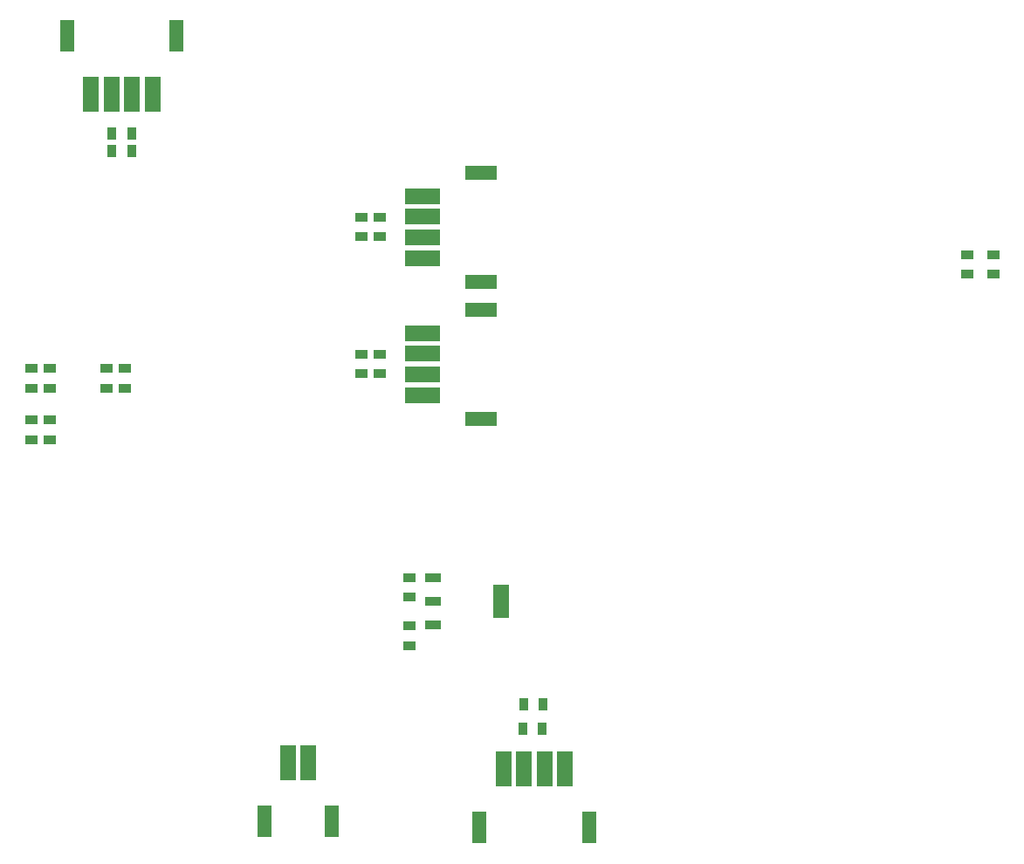
<source format=gbp>
G04*
G04 #@! TF.GenerationSoftware,Altium Limited,Altium Designer,21.3.2 (30)*
G04*
G04 Layer_Color=128*
%FSTAX25Y25*%
%MOIN*%
G70*
G04*
G04 #@! TF.SameCoordinates,6DE20C06-5D1D-465E-9787-E79606FCF872*
G04*
G04*
G04 #@! TF.FilePolarity,Positive*
G04*
G01*
G75*
%ADD20R,0.05512X0.12205*%
%ADD21R,0.05906X0.13386*%
%ADD33R,0.05118X0.03543*%
%ADD34R,0.12205X0.05512*%
%ADD35R,0.13386X0.05906*%
%ADD105R,0.03543X0.05118*%
%ADD106R,0.06496X0.03740*%
%ADD107R,0.06496X0.12992*%
D20*
X0327559Y0126181D02*
D03*
X0301575D02*
D03*
X0383858Y0123819D02*
D03*
X0425591D02*
D03*
X026811Y0426087D02*
D03*
X0226378D02*
D03*
D21*
X0318504Y0148425D02*
D03*
X031063D02*
D03*
X0408662Y0146063D02*
D03*
X0416536D02*
D03*
X0400787D02*
D03*
X0392913D02*
D03*
X0243307Y0403842D02*
D03*
X0235433D02*
D03*
X0251181D02*
D03*
X0259055D02*
D03*
D33*
X05799Y0335039D02*
D03*
Y034252D02*
D03*
X05699Y0335039D02*
D03*
Y034252D02*
D03*
X03569Y02117D02*
D03*
Y021918D02*
D03*
Y020078D02*
D03*
Y01933D02*
D03*
X0345821Y0297047D02*
D03*
Y0304527D02*
D03*
X0338766Y0297047D02*
D03*
Y0304527D02*
D03*
X02196Y0279354D02*
D03*
Y0271874D02*
D03*
X02126Y0279354D02*
D03*
Y0271874D02*
D03*
X02196Y029166D02*
D03*
Y029914D02*
D03*
X02126Y0291674D02*
D03*
Y0299154D02*
D03*
X02414Y029914D02*
D03*
Y029166D02*
D03*
X02484D02*
D03*
Y029914D02*
D03*
X0338766Y034941D02*
D03*
Y035689D02*
D03*
X0345821Y034941D02*
D03*
Y035689D02*
D03*
D34*
X0384307Y0332283D02*
D03*
Y0374016D02*
D03*
X0384307Y0279921D02*
D03*
Y0321654D02*
D03*
D35*
X0362063Y0357087D02*
D03*
Y0364961D02*
D03*
Y0349213D02*
D03*
Y0341339D02*
D03*
X0362063Y0304724D02*
D03*
Y0312598D02*
D03*
Y029685D02*
D03*
Y0288976D02*
D03*
D105*
X0400394Y0161417D02*
D03*
X0407874D02*
D03*
X0400691Y0170966D02*
D03*
X0408171D02*
D03*
X0250984Y03822D02*
D03*
X0243504D02*
D03*
X0250984Y0389D02*
D03*
X0243504D02*
D03*
D106*
X03662Y020109D02*
D03*
Y0210145D02*
D03*
Y02192D02*
D03*
D107*
X0391987Y0210145D02*
D03*
M02*

</source>
